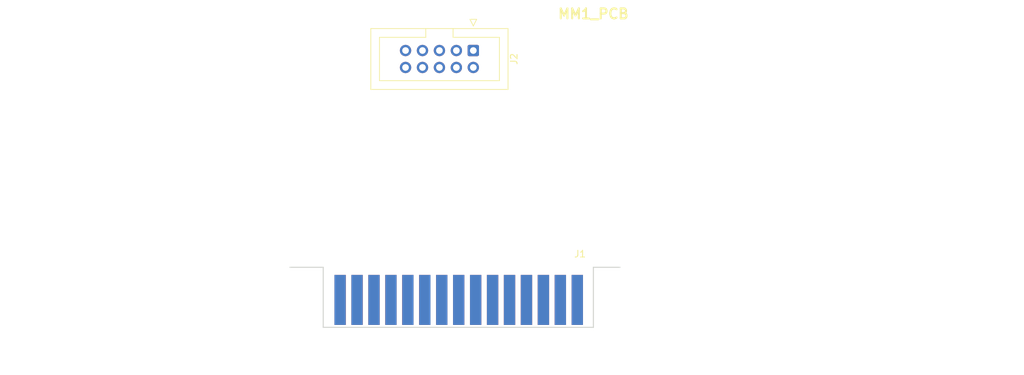
<source format=kicad_pcb>
(kicad_pcb (version 20171130) (host pcbnew "(5.1.6)-1")

  (general
    (thickness 1.6)
    (drawings 21)
    (tracks 0)
    (zones 0)
    (modules 2)
    (nets 39)
  )

  (page A4)
  (title_block
    (title "MM1 PCB")
    (date 2020-08-13)
    (rev "model rev1")
    (company "Name here")
  )

  (layers
    (0 F.Cu signal)
    (31 B.Cu signal)
    (32 B.Adhes user)
    (33 F.Adhes user)
    (34 B.Paste user)
    (35 F.Paste user)
    (36 B.SilkS user)
    (37 F.SilkS user)
    (38 B.Mask user)
    (39 F.Mask user)
    (40 Dwgs.User user)
    (41 Cmts.User user)
    (42 Eco1.User user)
    (43 Eco2.User user)
    (44 Edge.Cuts user)
    (45 Margin user)
    (46 B.CrtYd user)
    (47 F.CrtYd user)
    (48 B.Fab user)
    (49 F.Fab user)
  )

  (setup
    (last_trace_width 0.2)
    (trace_clearance 0.18)
    (zone_clearance 0.508)
    (zone_45_only no)
    (trace_min 0.18)
    (via_size 0.45)
    (via_drill 0.2)
    (via_min_size 0.45)
    (via_min_drill 0.2)
    (uvia_size 0.45)
    (uvia_drill 0.2)
    (uvias_allowed no)
    (uvia_min_size 0.45)
    (uvia_min_drill 0.2)
    (edge_width 0.15)
    (segment_width 0.2)
    (pcb_text_width 0.3)
    (pcb_text_size 1.5 1.5)
    (mod_edge_width 0.15)
    (mod_text_size 1 1)
    (mod_text_width 0.15)
    (pad_size 1.524 1.524)
    (pad_drill 0.762)
    (pad_to_mask_clearance 0.2)
    (aux_axis_origin 97.5 72)
    (visible_elements 7FFFE7FF)
    (pcbplotparams
      (layerselection 0x010f0_ffffffff)
      (usegerberextensions false)
      (usegerberattributes false)
      (usegerberadvancedattributes false)
      (creategerberjobfile false)
      (excludeedgelayer true)
      (linewidth 0.100000)
      (plotframeref false)
      (viasonmask false)
      (mode 1)
      (useauxorigin true)
      (hpglpennumber 1)
      (hpglpenspeed 20)
      (hpglpendiameter 15.000000)
      (psnegative false)
      (psa4output false)
      (plotreference true)
      (plotvalue true)
      (plotinvisibletext false)
      (padsonsilk false)
      (subtractmaskfromsilk false)
      (outputformat 1)
      (mirror false)
      (drillshape 0)
      (scaleselection 1)
      (outputdirectory "Project_MMV1_SRAM1_gerbert/"))
  )

  (net 0 "")
  (net 1 +5V)
  (net 2 GND)
  (net 3 +3V3)
  (net 4 /MEM_~OE)
  (net 5 /MEM_~CE)
  (net 6 /MEMDATA_7)
  (net 7 /MEM_~WE)
  (net 8 /MEMDATA_5)
  (net 9 /MEMDATA_6)
  (net 10 /MEMDATA_3)
  (net 11 /MEMDATA_4)
  (net 12 /MEMDATA_1)
  (net 13 /MEMDATA_2)
  (net 14 /MEMDATA_0)
  (net 15 /MEMADDRESS_15)
  (net 16 /MEMADDRESS_13)
  (net 17 /MEMADDRESS_14)
  (net 18 /MEMADDRESS_11)
  (net 19 /MEMADDRESS_12)
  (net 20 /MEMADDRESS_9)
  (net 21 /MEMADDRESS_10)
  (net 22 /MEMADDRESS_7)
  (net 23 /MEMADDRESS_8)
  (net 24 /MEMADDRESS_5)
  (net 25 /MEMADDRESS_6)
  (net 26 /MEMADDRESS_3)
  (net 27 /MEMADDRESS_4)
  (net 28 /MEMADDRESS_1)
  (net 29 /MEMADDRESS_2)
  (net 30 /MEMADDRESS_0)
  (net 31 /MEMADDRESS_17)
  (net 32 /MEMADDRESS_19)
  (net 33 /MEMADDRESS_21)
  (net 34 /MEMADDRESS_23)
  (net 35 /MEMADDRESS_16)
  (net 36 /MEMADDRESS_18)
  (net 37 /MEMADDRESS_20)
  (net 38 /MEMADDRESS_22)

  (net_class Default "Ceci est la Netclass par défaut"
    (clearance 0.18)
    (trace_width 0.2)
    (via_dia 0.45)
    (via_drill 0.2)
    (uvia_dia 0.45)
    (uvia_drill 0.2)
    (add_net /MEMADDRESS_0)
    (add_net /MEMADDRESS_1)
    (add_net /MEMADDRESS_10)
    (add_net /MEMADDRESS_11)
    (add_net /MEMADDRESS_12)
    (add_net /MEMADDRESS_13)
    (add_net /MEMADDRESS_14)
    (add_net /MEMADDRESS_15)
    (add_net /MEMADDRESS_16)
    (add_net /MEMADDRESS_17)
    (add_net /MEMADDRESS_18)
    (add_net /MEMADDRESS_19)
    (add_net /MEMADDRESS_2)
    (add_net /MEMADDRESS_20)
    (add_net /MEMADDRESS_21)
    (add_net /MEMADDRESS_22)
    (add_net /MEMADDRESS_23)
    (add_net /MEMADDRESS_3)
    (add_net /MEMADDRESS_4)
    (add_net /MEMADDRESS_5)
    (add_net /MEMADDRESS_6)
    (add_net /MEMADDRESS_7)
    (add_net /MEMADDRESS_8)
    (add_net /MEMADDRESS_9)
    (add_net /MEMDATA_0)
    (add_net /MEMDATA_1)
    (add_net /MEMDATA_2)
    (add_net /MEMDATA_3)
    (add_net /MEMDATA_4)
    (add_net /MEMDATA_5)
    (add_net /MEMDATA_6)
    (add_net /MEMDATA_7)
    (add_net /MEM_~CE)
    (add_net /MEM_~OE)
    (add_net /MEM_~WE)
  )

  (net_class Tension ""
    (clearance 0.2)
    (trace_width 0.25)
    (via_dia 0.45)
    (via_drill 0.2)
    (uvia_dia 0.45)
    (uvia_drill 0.2)
    (add_net +3V3)
    (add_net +5V)
    (add_net GND)
  )

  (module 5530843-2_edge:5530843-2_edge (layer F.Cu) (tedit 5D7E56B9) (tstamp 5D81CDBB)
    (at 147.97 106.73)
    (path /5D7E9C02)
    (fp_text reference J1 (at 8.03 3.27) (layer F.SilkS)
      (effects (font (size 1 1) (thickness 0.15)))
    )
    (fp_text value MM1_edgeConnector_5530843-2 (at -2.97 4.77) (layer F.Fab)
      (effects (font (size 1 1) (thickness 0.15)))
    )
    (pad 29 smd rect (at -27.94 10.16) (size 1.7 7.5) (layers B.Cu B.Paste B.Mask)
      (net 3 +3V3))
    (pad 30 smd rect (at -27.94 10.16) (size 1.7 7.5) (layers F.Cu F.Paste F.Mask)
      (net 1 +5V))
    (pad 27 smd rect (at -25.4 10.16) (size 1.7 7.5) (layers B.Cu B.Paste B.Mask)
      (net 4 /MEM_~OE))
    (pad 28 smd rect (at -25.4 10.16) (size 1.7 7.5) (layers F.Cu F.Paste F.Mask)
      (net 5 /MEM_~CE))
    (pad 25 smd rect (at -22.86 10.16) (size 1.7 7.5) (layers B.Cu B.Paste B.Mask)
      (net 6 /MEMDATA_7))
    (pad 26 smd rect (at -22.86 10.16) (size 1.7 7.5) (layers F.Cu F.Paste F.Mask)
      (net 7 /MEM_~WE))
    (pad 23 smd rect (at -20.32 10.16) (size 1.7 7.5) (layers B.Cu B.Paste B.Mask)
      (net 8 /MEMDATA_5))
    (pad 24 smd rect (at -20.32 10.16) (size 1.7 7.5) (layers F.Cu F.Paste F.Mask)
      (net 9 /MEMDATA_6))
    (pad 21 smd rect (at -17.78 10.16) (size 1.7 7.5) (layers B.Cu B.Paste B.Mask)
      (net 10 /MEMDATA_3))
    (pad 22 smd rect (at -17.78 10.16) (size 1.7 7.5) (layers F.Cu F.Paste F.Mask)
      (net 11 /MEMDATA_4))
    (pad 19 smd rect (at -15.24 10.16) (size 1.7 7.5) (layers B.Cu B.Paste B.Mask)
      (net 12 /MEMDATA_1))
    (pad 20 smd rect (at -15.24 10.16) (size 1.7 7.5) (layers F.Cu F.Paste F.Mask)
      (net 13 /MEMDATA_2))
    (pad 17 smd rect (at -12.7 10.16) (size 1.7 7.5) (layers B.Cu B.Paste B.Mask)
      (net 15 /MEMADDRESS_15))
    (pad 18 smd rect (at -12.7 10.16) (size 1.7 7.5) (layers F.Cu F.Paste F.Mask)
      (net 14 /MEMDATA_0))
    (pad 15 smd rect (at -10.16 10.16) (size 1.7 7.5) (layers B.Cu B.Paste B.Mask)
      (net 16 /MEMADDRESS_13))
    (pad 16 smd rect (at -10.16 10.16) (size 1.7 7.5) (layers F.Cu F.Paste F.Mask)
      (net 17 /MEMADDRESS_14))
    (pad 13 smd rect (at -7.62 10.16) (size 1.7 7.5) (layers B.Cu B.Paste B.Mask)
      (net 18 /MEMADDRESS_11))
    (pad 14 smd rect (at -7.62 10.16) (size 1.7 7.5) (layers F.Cu F.Paste F.Mask)
      (net 19 /MEMADDRESS_12))
    (pad 11 smd rect (at -5.08 10.16) (size 1.7 7.5) (layers B.Cu B.Paste B.Mask)
      (net 20 /MEMADDRESS_9))
    (pad 12 smd rect (at -5.08 10.16) (size 1.7 7.5) (layers F.Cu F.Paste F.Mask)
      (net 21 /MEMADDRESS_10))
    (pad 9 smd rect (at -2.54 10.16) (size 1.7 7.5) (layers B.Cu B.Paste B.Mask)
      (net 22 /MEMADDRESS_7))
    (pad 10 smd rect (at -2.54 10.16) (size 1.7 7.5) (layers F.Cu F.Paste F.Mask)
      (net 23 /MEMADDRESS_8))
    (pad 7 smd rect (at 0 10.16) (size 1.7 7.5) (layers B.Cu B.Paste B.Mask)
      (net 24 /MEMADDRESS_5))
    (pad 8 smd rect (at 0 10.16) (size 1.7 7.5) (layers F.Cu F.Paste F.Mask)
      (net 25 /MEMADDRESS_6))
    (pad 5 smd rect (at 2.54 10.16) (size 1.7 7.5) (layers B.Cu B.Paste B.Mask)
      (net 26 /MEMADDRESS_3))
    (pad 6 smd rect (at 2.54 10.16) (size 1.7 7.5) (layers F.Cu F.Paste F.Mask)
      (net 27 /MEMADDRESS_4))
    (pad 3 smd rect (at 5.08 10.16) (size 1.7 7.5) (layers B.Cu B.Paste B.Mask)
      (net 28 /MEMADDRESS_1))
    (pad 4 smd rect (at 5.08 10.16) (size 1.7 7.5) (layers F.Cu F.Paste F.Mask)
      (net 29 /MEMADDRESS_2))
    (pad 1 smd rect (at 7.62 10.16) (size 1.7 7.5) (layers B.Cu B.Paste B.Mask)
      (net 2 GND))
    (pad 2 smd rect (at 7.62 10.16) (size 1.7 7.5) (layers F.Cu F.Paste F.Mask)
      (net 30 /MEMADDRESS_0))
  )

  (module Connector_IDC:IDC-Header_2x05_P2.54mm_Vertical (layer F.Cu) (tedit 5EAC9A07) (tstamp 5F370DD2)
    (at 140 79.5 270)
    (descr "Through hole IDC box header, 2x05, 2.54mm pitch, DIN 41651 / IEC 60603-13, double rows, https://docs.google.com/spreadsheets/d/16SsEcesNF15N3Lb4niX7dcUr-NY5_MFPQhobNuNppn4/edit#gid=0")
    (tags "Through hole vertical IDC box header THT 2x05 2.54mm double row")
    (path /5F373A53)
    (fp_text reference J2 (at 1.27 -6.1 90) (layer F.SilkS)
      (effects (font (size 1 1) (thickness 0.15)))
    )
    (fp_text value MM1_addressExtension (at 1.27 16.26 90) (layer F.Fab)
      (effects (font (size 1 1) (thickness 0.15)))
    )
    (fp_line (start -3.18 -4.1) (end -2.18 -5.1) (layer F.Fab) (width 0.1))
    (fp_line (start -2.18 -5.1) (end 5.72 -5.1) (layer F.Fab) (width 0.1))
    (fp_line (start 5.72 -5.1) (end 5.72 15.26) (layer F.Fab) (width 0.1))
    (fp_line (start 5.72 15.26) (end -3.18 15.26) (layer F.Fab) (width 0.1))
    (fp_line (start -3.18 15.26) (end -3.18 -4.1) (layer F.Fab) (width 0.1))
    (fp_line (start -3.18 3.03) (end -1.98 3.03) (layer F.Fab) (width 0.1))
    (fp_line (start -1.98 3.03) (end -1.98 -3.91) (layer F.Fab) (width 0.1))
    (fp_line (start -1.98 -3.91) (end 4.52 -3.91) (layer F.Fab) (width 0.1))
    (fp_line (start 4.52 -3.91) (end 4.52 14.07) (layer F.Fab) (width 0.1))
    (fp_line (start 4.52 14.07) (end -1.98 14.07) (layer F.Fab) (width 0.1))
    (fp_line (start -1.98 14.07) (end -1.98 7.13) (layer F.Fab) (width 0.1))
    (fp_line (start -1.98 7.13) (end -1.98 7.13) (layer F.Fab) (width 0.1))
    (fp_line (start -1.98 7.13) (end -3.18 7.13) (layer F.Fab) (width 0.1))
    (fp_line (start -3.29 -5.21) (end 5.83 -5.21) (layer F.SilkS) (width 0.12))
    (fp_line (start 5.83 -5.21) (end 5.83 15.37) (layer F.SilkS) (width 0.12))
    (fp_line (start 5.83 15.37) (end -3.29 15.37) (layer F.SilkS) (width 0.12))
    (fp_line (start -3.29 15.37) (end -3.29 -5.21) (layer F.SilkS) (width 0.12))
    (fp_line (start -3.29 3.03) (end -1.98 3.03) (layer F.SilkS) (width 0.12))
    (fp_line (start -1.98 3.03) (end -1.98 -3.91) (layer F.SilkS) (width 0.12))
    (fp_line (start -1.98 -3.91) (end 4.52 -3.91) (layer F.SilkS) (width 0.12))
    (fp_line (start 4.52 -3.91) (end 4.52 14.07) (layer F.SilkS) (width 0.12))
    (fp_line (start 4.52 14.07) (end -1.98 14.07) (layer F.SilkS) (width 0.12))
    (fp_line (start -1.98 14.07) (end -1.98 7.13) (layer F.SilkS) (width 0.12))
    (fp_line (start -1.98 7.13) (end -1.98 7.13) (layer F.SilkS) (width 0.12))
    (fp_line (start -1.98 7.13) (end -3.29 7.13) (layer F.SilkS) (width 0.12))
    (fp_line (start -3.68 0) (end -4.68 -0.5) (layer F.SilkS) (width 0.12))
    (fp_line (start -4.68 -0.5) (end -4.68 0.5) (layer F.SilkS) (width 0.12))
    (fp_line (start -4.68 0.5) (end -3.68 0) (layer F.SilkS) (width 0.12))
    (fp_line (start -3.68 -5.6) (end -3.68 15.76) (layer F.CrtYd) (width 0.05))
    (fp_line (start -3.68 15.76) (end 6.22 15.76) (layer F.CrtYd) (width 0.05))
    (fp_line (start 6.22 15.76) (end 6.22 -5.6) (layer F.CrtYd) (width 0.05))
    (fp_line (start 6.22 -5.6) (end -3.68 -5.6) (layer F.CrtYd) (width 0.05))
    (fp_text user %R (at 1.27 5.08) (layer F.Fab)
      (effects (font (size 1 1) (thickness 0.15)))
    )
    (pad 1 thru_hole roundrect (at 0 0 270) (size 1.7 1.7) (drill 1) (layers *.Cu *.Mask) (roundrect_rratio 0.147059)
      (net 2 GND))
    (pad 3 thru_hole circle (at 0 2.54 270) (size 1.7 1.7) (drill 1) (layers *.Cu *.Mask)
      (net 31 /MEMADDRESS_17))
    (pad 5 thru_hole circle (at 0 5.08 270) (size 1.7 1.7) (drill 1) (layers *.Cu *.Mask)
      (net 32 /MEMADDRESS_19))
    (pad 7 thru_hole circle (at 0 7.62 270) (size 1.7 1.7) (drill 1) (layers *.Cu *.Mask)
      (net 33 /MEMADDRESS_21))
    (pad 9 thru_hole circle (at 0 10.16 270) (size 1.7 1.7) (drill 1) (layers *.Cu *.Mask)
      (net 34 /MEMADDRESS_23))
    (pad 2 thru_hole circle (at 2.54 0 270) (size 1.7 1.7) (drill 1) (layers *.Cu *.Mask)
      (net 35 /MEMADDRESS_16))
    (pad 4 thru_hole circle (at 2.54 2.54 270) (size 1.7 1.7) (drill 1) (layers *.Cu *.Mask)
      (net 36 /MEMADDRESS_18))
    (pad 6 thru_hole circle (at 2.54 5.08 270) (size 1.7 1.7) (drill 1) (layers *.Cu *.Mask)
      (net 37 /MEMADDRESS_20))
    (pad 8 thru_hole circle (at 2.54 7.62 270) (size 1.7 1.7) (drill 1) (layers *.Cu *.Mask)
      (net 38 /MEMADDRESS_22))
    (pad 10 thru_hole circle (at 2.54 10.16 270) (size 1.7 1.7) (drill 1) (layers *.Cu *.Mask)
      (net 1 +5V))
    (model ${KISYS3DMOD}/Connector_IDC.3dshapes/IDC-Header_2x05_P2.54mm_Vertical.wrl
      (at (xyz 0 0 0))
      (scale (xyz 1 1 1))
      (rotate (xyz 0 0 0))
    )
  )

  (gr_text "<- the corner is optional but is useful to find the orientation of the PCB." (at 193.5 111.5) (layer Eco2.User)
    (effects (font (size 1 1) (thickness 0.15)))
  )
  (gr_text "Address extension is optional" (at 136 86.5) (layer Cmts.User)
    (effects (font (size 1 1) (thickness 0.15)))
  )
  (gr_text "no minimum for the height" (at 79.5 109) (layer Eco2.User)
    (effects (font (size 1 1) (thickness 0.15)))
  )
  (gr_line (start 162 112) (end 158 112) (layer Edge.Cuts) (width 0.15) (tstamp 5F3710D1))
  (dimension 2.5 (width 0.15) (layer Eco2.User)
    (gr_text "2,500 mm" (at 118.75 107.700001) (layer Eco2.User)
      (effects (font (size 1 1) (thickness 0.15)))
    )
    (feature1 (pts (xy 117.5 113) (xy 117.5 108.41358)))
    (feature2 (pts (xy 120 113) (xy 120 108.41358)))
    (crossbar (pts (xy 120 109.000001) (xy 117.5 109.000001)))
    (arrow1a (pts (xy 117.5 109.000001) (xy 118.626504 108.41358)))
    (arrow1b (pts (xy 117.5 109.000001) (xy 118.626504 109.586422)))
    (arrow2a (pts (xy 120 109.000001) (xy 118.873496 108.41358)))
    (arrow2b (pts (xy 120 109.000001) (xy 118.873496 109.586422)))
  )
  (dimension 9 (width 0.15) (layer Eco2.User)
    (gr_text "9,000 mm" (at 114.7 116.5 90) (layer Eco2.User)
      (effects (font (size 1 1) (thickness 0.15)))
    )
    (feature1 (pts (xy 117.5 112) (xy 115.413579 112)))
    (feature2 (pts (xy 117.5 121) (xy 115.413579 121)))
    (crossbar (pts (xy 116 121) (xy 116 112)))
    (arrow1a (pts (xy 116 112) (xy 116.586421 113.126504)))
    (arrow1b (pts (xy 116 112) (xy 115.413579 113.126504)))
    (arrow2a (pts (xy 116 121) (xy 116.586421 119.873496)))
    (arrow2b (pts (xy 116 121) (xy 115.413579 119.873496)))
  )
  (dimension 40.5 (width 0.15) (layer Eco2.User)
    (gr_text "40,500 mm" (at 137.75 125.299999) (layer Eco2.User)
      (effects (font (size 1 1) (thickness 0.15)))
    )
    (feature1 (pts (xy 158 121) (xy 158 124.58642)))
    (feature2 (pts (xy 117.5 121) (xy 117.5 124.58642)))
    (crossbar (pts (xy 117.5 123.999999) (xy 158 123.999999)))
    (arrow1a (pts (xy 158 123.999999) (xy 156.873496 124.58642)))
    (arrow1b (pts (xy 158 123.999999) (xy 156.873496 123.413578)))
    (arrow2a (pts (xy 117.5 123.999999) (xy 118.626504 124.58642)))
    (arrow2b (pts (xy 117.5 123.999999) (xy 118.626504 123.413578)))
  )
  (gr_line (start 164 72) (end 97.5 72) (layer Margin) (width 0.15))
  (gr_line (start 164 110) (end 164 72) (layer Margin) (width 0.15))
  (dimension 6 (width 0.15) (layer Eco2.User)
    (gr_text "6,000 mm" (at 161 128.799999) (layer Eco2.User)
      (effects (font (size 1 1) (thickness 0.15)))
    )
    (feature1 (pts (xy 164 112) (xy 164 128.08642)))
    (feature2 (pts (xy 158 112) (xy 158 128.08642)))
    (crossbar (pts (xy 158 127.499999) (xy 164 127.499999)))
    (arrow1a (pts (xy 164 127.499999) (xy 162.873496 128.08642)))
    (arrow1b (pts (xy 164 127.499999) (xy 162.873496 126.913578)))
    (arrow2a (pts (xy 158 127.499999) (xy 159.126504 128.08642)))
    (arrow2b (pts (xy 158 127.499999) (xy 159.126504 126.913578)))
  )
  (gr_line (start 97.5 112) (end 97.5 72) (layer Margin) (width 0.15))
  (gr_line (start 112.5 112) (end 97.5 112) (layer Margin) (width 0.15))
  (gr_line (start 117.5 112) (end 112.5 112) (layer Edge.Cuts) (width 0.15))
  (dimension 20 (width 0.15) (layer Eco2.User) (tstamp 5F371030)
    (gr_text "20,000 mm (max)" (at 107.5 128.8) (layer Eco2.User) (tstamp 5F371030)
      (effects (font (size 1 1) (thickness 0.15)) (justify right))
    )
    (feature1 (pts (xy 97.5 112) (xy 97.5 128.086421)))
    (feature2 (pts (xy 117.5 112) (xy 117.5 128.086421)))
    (crossbar (pts (xy 117.5 127.5) (xy 97.5 127.5)))
    (arrow1a (pts (xy 97.5 127.5) (xy 98.626504 126.913579)))
    (arrow1b (pts (xy 97.5 127.5) (xy 98.626504 128.086421)))
    (arrow2a (pts (xy 117.5 127.5) (xy 116.373496 126.913579)))
    (arrow2b (pts (xy 117.5 127.5) (xy 116.373496 128.086421)))
  )
  (dimension 5 (width 0.15) (layer Eco2.User)
    (gr_text "5,000 mm (min)" (at 115 128.8) (layer Eco2.User)
      (effects (font (size 1 1) (thickness 0.15)))
    )
    (feature1 (pts (xy 112.5 112) (xy 112.5 128.086421)))
    (feature2 (pts (xy 117.5 112) (xy 117.5 128.086421)))
    (crossbar (pts (xy 117.5 127.5) (xy 112.5 127.5)))
    (arrow1a (pts (xy 112.5 127.5) (xy 113.626504 126.913579)))
    (arrow1b (pts (xy 112.5 127.5) (xy 113.626504 128.086421)))
    (arrow2a (pts (xy 117.5 127.5) (xy 116.373496 126.913579)))
    (arrow2b (pts (xy 117.5 127.5) (xy 116.373496 128.086421)))
  )
  (dimension 40 (width 0.15) (layer Eco2.User) (tstamp 5F371008)
    (gr_text "40,000 mm (max)" (at 92.7 92 90) (layer Eco2.User) (tstamp 5F371008)
      (effects (font (size 1 1) (thickness 0.15)))
    )
    (feature1 (pts (xy 97.5 72) (xy 93.413579 72)))
    (feature2 (pts (xy 97.5 112) (xy 93.413579 112)))
    (crossbar (pts (xy 94 112) (xy 94 72)))
    (arrow1a (pts (xy 94 72) (xy 94.586421 73.126504)))
    (arrow1b (pts (xy 94 72) (xy 93.413579 73.126504)))
    (arrow2a (pts (xy 94 112) (xy 94.586421 110.873496)))
    (arrow2b (pts (xy 94 112) (xy 93.413579 110.873496)))
  )
  (gr_line (start 162 112) (end 164 110) (layer Margin) (width 0.15))
  (gr_line (start 117.5 112) (end 117.5 121) (layer Edge.Cuts) (width 0.15) (tstamp 5D81D571))
  (gr_line (start 158 112) (end 158 121) (layer Edge.Cuts) (width 0.15) (tstamp 5D81D56C))
  (gr_line (start 158 121) (end 117.5 121) (layer Edge.Cuts) (width 0.15))
  (gr_text MM1_PCB (at 158 74) (layer F.SilkS)
    (effects (font (size 1.5 1.5) (thickness 0.3)))
  )

)

</source>
